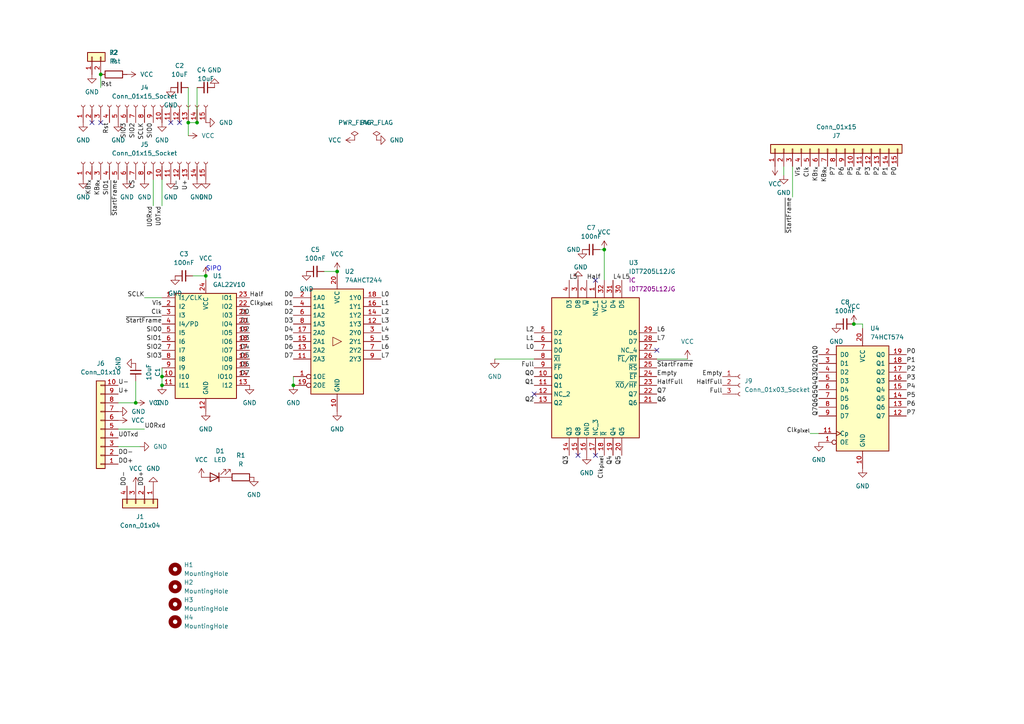
<source format=kicad_sch>
(kicad_sch (version 20230121) (generator eeschema)
  (paper "A4")
  (lib_symbols
    (symbol "74xx:74AHCT244"
      (property "Reference" "U" (at -7.62 16.51 0))
      (property "Value" "74AHCT244" (at -7.62 -16.51 0))
      (symbol "74AHCT244_1_0"
        (polyline (pts (xy 1.27 0) (xy -1.27 1.27) (xy -1.27 -1.27) (xy 1.27 0)) (stroke (width 0.1524)))
        (pin input inverted (at -12.7 -10.16 0) (length 5.08) (name "1OE") (number "1"))
        (pin power_in line (at 0 -20.32 90) (length 5.08) (name "GND") (number "10"))
        (pin input line (at -12.7 -5.08 0) (length 5.08) (name "2A3") (number "11"))
        (pin tri_state line (at 12.7 5.08 180) (length 5.08) (name "1Y3") (number "12"))
        (pin input line (at -12.7 -2.54 0) (length 5.08) (name "2A2") (number "13"))
        (pin tri_state line (at 12.7 7.62 180) (length 5.08) (name "1Y2") (number "14"))
        (pin input line (at -12.7 0 0) (length 5.08) (name "2A1") (number "15"))
        (pin tri_state line (at 12.7 10.16 180) (length 5.08) (name "1Y1") (number "16"))
        (pin input line (at -12.7 2.54 0) (length 5.08) (name "2A0") (number "17"))
        (pin tri_state line (at 12.7 12.7 180) (length 5.08) (name "1Y0") (number "18"))
        (pin input inverted (at -12.7 -12.7 0) (length 5.08) (name "2OE") (number "19"))
        (pin input line (at -12.7 12.7 0) (length 5.08) (name "1A0") (number "2"))
        (pin power_in line (at 0 20.32 270) (length 5.08) (name "VCC") (number "20"))
        (pin tri_state line (at 12.7 2.54 180) (length 5.08) (name "2Y0") (number "3"))
        (pin input line (at -12.7 10.16 0) (length 5.08) (name "1A1") (number "4"))
        (pin tri_state line (at 12.7 0 180) (length 5.08) (name "2Y1") (number "5"))
        (pin input line (at -12.7 7.62 0) (length 5.08) (name "1A2") (number "6"))
        (pin tri_state line (at 12.7 -2.54 180) (length 5.08) (name "2Y2") (number "7"))
        (pin input line (at -12.7 5.08 0) (length 5.08) (name "1A3") (number "8"))
        (pin tri_state line (at 12.7 -5.08 180) (length 5.08) (name "2Y3") (number "9"))
      )
      (symbol "74AHCT244_1_1"
        (rectangle (start -7.62 15.24) (end 7.62 -15.24) (stroke (width 0.254)) (fill (type background)))
      )
    )
    (symbol "74xx:74HCT574" (pin_names (offset 1.016))
      (property "Reference" "U" (at -7.62 16.51 0))
      (property "Value" "74HCT574" (at -7.62 -16.51 0))
      (symbol "74HCT574_1_0"
        (pin input inverted (at -12.7 -12.7 0) (length 5.08) (name "OE") (number "1"))
        (pin power_in line (at 0 -20.32 90) (length 5.08) (name "GND") (number "10"))
        (pin input clock (at -12.7 -10.16 0) (length 5.08) (name "Cp") (number "11"))
        (pin tri_state line (at 12.7 -5.08 180) (length 5.08) (name "Q7") (number "12"))
        (pin tri_state line (at 12.7 -2.54 180) (length 5.08) (name "Q6") (number "13"))
        (pin tri_state line (at 12.7 0 180) (length 5.08) (name "Q5") (number "14"))
        (pin tri_state line (at 12.7 2.54 180) (length 5.08) (name "Q4") (number "15"))
        (pin tri_state line (at 12.7 5.08 180) (length 5.08) (name "Q3") (number "16"))
        (pin tri_state line (at 12.7 7.62 180) (length 5.08) (name "Q2") (number "17"))
        (pin tri_state line (at 12.7 10.16 180) (length 5.08) (name "Q1") (number "18"))
        (pin tri_state line (at 12.7 12.7 180) (length 5.08) (name "Q0") (number "19"))
        (pin input line (at -12.7 12.7 0) (length 5.08) (name "D0") (number "2"))
        (pin power_in line (at 0 20.32 270) (length 5.08) (name "VCC") (number "20"))
        (pin input line (at -12.7 10.16 0) (length 5.08) (name "D1") (number "3"))
        (pin input line (at -12.7 7.62 0) (length 5.08) (name "D2") (number "4"))
        (pin input line (at -12.7 5.08 0) (length 5.08) (name "D3") (number "5"))
        (pin input line (at -12.7 2.54 0) (length 5.08) (name "D4") (number "6"))
        (pin input line (at -12.7 0 0) (length 5.08) (name "D5") (number "7"))
        (pin input line (at -12.7 -2.54 0) (length 5.08) (name "D6") (number "8"))
        (pin input line (at -12.7 -5.08 0) (length 5.08) (name "D7") (number "9"))
      )
      (symbol "74HCT574_1_1"
        (rectangle (start -7.62 15.24) (end 7.62 -15.24) (stroke (width 0.254)) (fill (type background)))
      )
    )
    (symbol "Connector:Conn_01x03_Socket" (pin_names (offset 1.016) hide)
      (property "Reference" "J" (at 0 5.08 0))
      (property "Value" "Conn_01x03_Socket" (at 0 -5.08 0))
      (symbol "Conn_01x03_Socket_1_1"
        (arc (start 0 -2.032) (mid -0.5058 -2.54) (end 0 -3.048) (stroke (width 0.1524)))
        (polyline (pts (xy -1.27 -2.54) (xy -0.508 -2.54)) (stroke (width 0.1524)))
        (polyline (pts (xy -1.27 0) (xy -0.508 0)) (stroke (width 0.1524)))
        (polyline (pts (xy -1.27 2.54) (xy -0.508 2.54)) (stroke (width 0.1524)))
        (arc (start 0 0.508) (mid -0.5058 0) (end 0 -0.508) (stroke (width 0.1524)))
        (arc (start 0 3.048) (mid -0.5058 2.54) (end 0 2.032) (stroke (width 0.1524)))
        (pin passive line (at -5.08 2.54 0) (length 3.81) (name "Pin_1") (number "1"))
        (pin passive line (at -5.08 0 0) (length 3.81) (name "Pin_2") (number "2"))
        (pin passive line (at -5.08 -2.54 0) (length 3.81) (name "Pin_3") (number "3"))
      )
    )
    (symbol "Connector:Conn_01x15_Socket" (pin_names (offset 1.016) hide)
      (property "Reference" "J" (at 0 20.32 0))
      (property "Value" "Conn_01x15_Socket" (at 0 -20.32 0))
      (symbol "Conn_01x15_Socket_1_1"
        (arc (start 0 -17.272) (mid -0.5058 -17.78) (end 0 -18.288) (stroke (width 0.1524)))
        (arc (start 0 -14.732) (mid -0.5058 -15.24) (end 0 -15.748) (stroke (width 0.1524)))
        (arc (start 0 -12.192) (mid -0.5058 -12.7) (end 0 -13.208) (stroke (width 0.1524)))
        (arc (start 0 -9.652) (mid -0.5058 -10.16) (end 0 -10.668) (stroke (width 0.1524)))
        (arc (start 0 -7.112) (mid -0.5058 -7.62) (end 0 -8.128) (stroke (width 0.1524)))
        (arc (start 0 -4.572) (mid -0.5058 -5.08) (end 0 -5.588) (stroke (width 0.1524)))
        (arc (start 0 -2.032) (mid -0.5058 -2.54) (end 0 -3.048) (stroke (width 0.1524)))
        (polyline (pts (xy -1.27 -17.78) (xy -0.508 -17.78)) (stroke (width 0.1524)))
        (polyline (pts (xy -1.27 -15.24) (xy -0.508 -15.24)) (stroke (width 0.1524)))
        (polyline (pts (xy -1.27 -12.7) (xy -0.508 -12.7)) (stroke (width 0.1524)))
        (polyline (pts (xy -1.27 -10.16) (xy -0.508 -10.16)) (stroke (width 0.1524)))
        (polyline (pts (xy -1.27 -7.62) (xy -0.508 -7.62)) (stroke (width 0.1524)))
        (polyline (pts (xy -1.27 -5.08) (xy -0.508 -5.08)) (stroke (width 0.1524)))
        (polyline (pts (xy -1.27 -2.54) (xy -0.508 -2.54)) (stroke (width 0.1524)))
        (polyline (pts (xy -1.27 0) (xy -0.508 0)) (stroke (width 0.1524)))
        (polyline (pts (xy -1.27 2.54) (xy -0.508 2.54)) (stroke (width 0.1524)))
        (polyline (pts (xy -1.27 5.08) (xy -0.508 5.08)) (stroke (width 0.1524)))
        (polyline (pts (xy -1.27 7.62) (xy -0.508 7.62)) (stroke (width 0.1524)))
        (polyline (pts (xy -1.27 10.16) (xy -0.508 10.16)) (stroke (width 0.1524)))
        (polyline (pts (xy -1.27 12.7) (xy -0.508 12.7)) (stroke (width 0.1524)))
        (polyline (pts (xy -1.27 15.24) (xy -0.508 15.24)) (stroke (width 0.1524)))
        (polyline (pts (xy -1.27 17.78) (xy -0.508 17.78)) (stroke (width 0.1524)))
        (arc (start 0 0.508) (mid -0.5058 0) (end 0 -0.508) (stroke (width 0.1524)))
        (arc (start 0 3.048) (mid -0.5058 2.54) (end 0 2.032) (stroke (width 0.1524)))
        (arc (start 0 5.588) (mid -0.5058 5.08) (end 0 4.572) (stroke (width 0.1524)))
        (arc (start 0 8.128) (mid -0.5058 7.62) (end 0 7.112) (stroke (width 0.1524)))
        (arc (start 0 10.668) (mid -0.5058 10.16) (end 0 9.652) (stroke (width 0.1524)))
        (arc (start 0 13.208) (mid -0.5058 12.7) (end 0 12.192) (stroke (width 0.1524)))
        (arc (start 0 15.748) (mid -0.5058 15.24) (end 0 14.732) (stroke (width 0.1524)))
        (arc (start 0 18.288) (mid -0.5058 17.78) (end 0 17.272) (stroke (width 0.1524)))
        (pin passive line (at -5.08 17.78 0) (length 3.81) (name "Pin_1") (number "1"))
        (pin passive line (at -5.08 -5.08 0) (length 3.81) (name "Pin_10") (number "10"))
        (pin passive line (at -5.08 -7.62 0) (length 3.81) (name "Pin_11") (number "11"))
        (pin passive line (at -5.08 -10.16 0) (length 3.81) (name "Pin_12") (number "12"))
        (pin passive line (at -5.08 -12.7 0) (length 3.81) (name "Pin_13") (number "13"))
        (pin passive line (at -5.08 -15.24 0) (length 3.81) (name "Pin_14") (number "14"))
        (pin passive line (at -5.08 -17.78 0) (length 3.81) (name "Pin_15") (number "15"))
        (pin passive line (at -5.08 15.24 0) (length 3.81) (name "Pin_2") (number "2"))
        (pin passive line (at -5.08 12.7 0) (length 3.81) (name "Pin_3") (number "3"))
        (pin passive line (at -5.08 10.16 0) (length 3.81) (name "Pin_4") (number "4"))
        (pin passive line (at -5.08 7.62 0) (length 3.81) (name "Pin_5") (number "5"))
        (pin passive line (at -5.08 5.08 0) (length 3.81) (name "Pin_6") (number "6"))
        (pin passive line (at -5.08 2.54 0) (length 3.81) (name "Pin_7") (number "7"))
        (pin passive line (at -5.08 0 0) (length 3.81) (name "Pin_8") (number "8"))
        (pin passive line (at -5.08 -2.54 0) (length 3.81) (name "Pin_9") (number "9"))
      )
    )
    (symbol "Connector_Generic:Conn_01x02" (pin_names (offset 1.016) hide)
      (property "Reference" "J" (at 0 2.54 0))
      (property "Value" "Conn_01x02" (at 0 -5.08 0))
      (symbol "Conn_01x02_1_1"
        (rectangle (start -1.27 -2.413) (end 0 -2.667) (stroke (width 0.1524)))
        (rectangle (start -1.27 0.127) (end 0 -0.127) (stroke (width 0.1524)))
        (rectangle (start -1.27 1.27) (end 1.27 -3.81) (stroke (width 0.254)) (fill (type background)))
        (pin passive line (at -5.08 0 0) (length 3.81) (name "Pin_1") (number "1"))
        (pin passive line (at -5.08 -2.54 0) (length 3.81) (name "Pin_2") (number "2"))
      )
    )
    (symbol "Connector_Generic:Conn_01x04" (pin_names (offset 1.016) hide)
      (property "Reference" "J" (at 0 5.08 0))
      (property "Value" "Conn_01x04" (at 0 -7.62 0))
      (symbol "Conn_01x04_1_1"
        (rectangle (start -1.27 -4.953) (end 0 -5.207) (stroke (width 0.1524)))
        (rectangle (start -1.27 -2.413) (end 0 -2.667) (stroke (width 0.1524)))
        (rectangle (start -1.27 0.127) (end 0 -0.127) (stroke (width 0.1524)))
        (rectangle (start -1.27 2.667) (end 0 2.413) (stroke (width 0.1524)))
        (rectangle (start -1.27 3.81) (end 1.27 -6.35) (stroke (width 0.254)) (fill (type background)))
        (pin passive line (at -5.08 2.54 0) (length 3.81) (name "Pin_1") (number "1"))
        (pin passive line (at -5.08 0 0) (length 3.81) (name "Pin_2") (number "2"))
        (pin passive line (at -5.08 -2.54 0) (length 3.81) (name "Pin_3") (number "3"))
        (pin passive line (at -5.08 -5.08 0) (length 3.81) (name "Pin_4") (number "4"))
      )
    )
    (symbol "Connector_Generic:Conn_01x10" (pin_names (offset 1.016) hide)
      (property "Reference" "J" (at 0 12.7 0))
      (property "Value" "Conn_01x10" (at 0 -15.24 0))
      (symbol "Conn_01x10_1_1"
        (rectangle (start -1.27 -12.573) (end 0 -12.827) (stroke (width 0.1524)))
        (rectangle (start -1.27 -10.033) (end 0 -10.287) (stroke (width 0.1524)))
        (rectangle (start -1.27 -7.493) (end 0 -7.747) (stroke (width 0.1524)))
        (rectangle (start -1.27 -4.953) (end 0 -5.207) (stroke (width 0.1524)))
        (rectangle (start -1.27 -2.413) (end 0 -2.667) (stroke (width 0.1524)))
        (rectangle (start -1.27 0.127) (end 0 -0.127) (stroke (width 0.1524)))
        (rectangle (start -1.27 2.667) (end 0 2.413) (stroke (width 0.1524)))
        (rectangle (start -1.27 5.207) (end 0 4.953) (stroke (width 0.1524)))
        (rectangle (start -1.27 7.747) (end 0 7.493) (stroke (width 0.1524)))
        (rectangle (start -1.27 10.287) (end 0 10.033) (stroke (width 0.1524)))
        (rectangle (start -1.27 11.43) (end 1.27 -13.97) (stroke (width 0.254)) (fill (type background)))
        (pin passive line (at -5.08 10.16 0) (length 3.81) (name "Pin_1") (number "1"))
        (pin passive line (at -5.08 -12.7 0) (length 3.81) (name "Pin_10") (number "10"))
        (pin passive line (at -5.08 7.62 0) (length 3.81) (name "Pin_2") (number "2"))
        (pin passive line (at -5.08 5.08 0) (length 3.81) (name "Pin_3") (number "3"))
        (pin passive line (at -5.08 2.54 0) (length 3.81) (name "Pin_4") (number "4"))
        (pin passive line (at -5.08 0 0) (length 3.81) (name "Pin_5") (number "5"))
        (pin passive line (at -5.08 -2.54 0) (length 3.81) (name "Pin_6") (number "6"))
        (pin passive line (at -5.08 -5.08 0) (length 3.81) (name "Pin_7") (number "7"))
        (pin passive line (at -5.08 -7.62 0) (length 3.81) (name "Pin_8") (number "8"))
        (pin passive line (at -5.08 -10.16 0) (length 3.81) (name "Pin_9") (number "9"))
      )
    )
    (symbol "Connector_Generic:Conn_01x15" (pin_names (offset 1.016) hide)
      (property "Reference" "J" (at 0 20.32 0))
      (property "Value" "Conn_01x15" (at 0 -20.32 0))
      (symbol "Conn_01x15_1_1"
        (rectangle (start -1.27 -17.653) (end 0 -17.907) (stroke (width 0.1524)))
        (rectangle (start -1.27 -15.113) (end 0 -15.367) (stroke (width 0.1524)))
        (rectangle (start -1.27 -12.573) (end 0 -12.827) (stroke (width 0.1524)))
        (rectangle (start -1.27 -10.033) (end 0 -10.287) (stroke (width 0.1524)))
        (rectangle (start -1.27 -7.493) (end 0 -7.747) (stroke (width 0.1524)))
        (rectangle (start -1.27 -4.953) (end 0 -5.207) (stroke (width 0.1524)))
        (rectangle (start -1.27 -2.413) (end 0 -2.667) (stroke (width 0.1524)))
        (rectangle (start -1.27 0.127) (end 0 -0.127) (stroke (width 0.1524)))
        (rectangle (start -1.27 2.667) (end 0 2.413) (stroke (width 0.1524)))
        (rectangle (start -1.27 5.207) (end 0 4.953) (stroke (width 0.1524)))
        (rectangle (start -1.27 7.747) (end 0 7.493) (stroke (width 0.1524)))
        (rectangle (start -1.27 10.287) (end 0 10.033) (stroke (width 0.1524)))
        (rectangle (start -1.27 12.827) (end 0 12.573) (stroke (width 0.1524)))
        (rectangle (start -1.27 15.367) (end 0 15.113) (stroke (width 0.1524)))
        (rectangle (start -1.27 17.907) (end 0 17.653) (stroke (width 0.1524)))
        (rectangle (start -1.27 19.05) (end 1.27 -19.05) (stroke (width 0.254)) (fill (type background)))
        (pin passive line (at -5.08 17.78 0) (length 3.81) (name "Pin_1") (number "1"))
        (pin passive line (at -5.08 -5.08 0) (length 3.81) (name "Pin_10") (number "10"))
        (pin passive line (at -5.08 -7.62 0) (length 3.81) (name "Pin_11") (number "11"))
        (pin passive line (at -5.08 -10.16 0) (length 3.81) (name "Pin_12") (number "12"))
        (pin passive line (at -5.08 -12.7 0) (length 3.81) (name "Pin_13") (number "13"))
        (pin passive line (at -5.08 -15.24 0) (length 3.81) (name "Pin_14") (number "14"))
        (pin passive line (at -5.08 -17.78 0) (length 3.81) (name "Pin_15") (number "15"))
        (pin passive line (at -5.08 15.24 0) (length 3.81) (name "Pin_2") (number "2"))
        (pin passive line (at -5.08 12.7 0) (length 3.81) (name "Pin_3") (number "3"))
        (pin passive line (at -5.08 10.16 0) (length 3.81) (name "Pin_4") (number "4"))
        (pin passive line (at -5.08 7.62 0) (length 3.81) (name "Pin_5") (number "5"))
        (pin passive line (at -5.08 5.08 0) (length 3.81) (name "Pin_6") (number "6"))
        (pin passive line (at -5.08 2.54 0) (length 3.81) (name "Pin_7") (number "7"))
        (pin passive line (at -5.08 0 0) (length 3.81) (name "Pin_8") (number "8"))
        (pin passive line (at -5.08 -2.54 0) (length 3.81) (name "Pin_9") (number "9"))
      )
    )
    (symbol "Device:C_Small" (pin_numbers hide) (pin_names (offset 0.254) hide)
      (property "Reference" "C" (at 0.254 1.778 0))
      (property "Value" "C_Small" (at 0.254 -2.032 0))
      (symbol "C_Small_0_1"
        (polyline (pts (xy -1.524 -0.508) (xy 1.524 -0.508)) (stroke (width 0.3302)))
        (polyline (pts (xy -1.524 0.508) (xy 1.524 0.508)) (stroke (width 0.3048)))
      )
      (symbol "C_Small_1_1"
        (pin passive line (at 0 2.54 270) (length 2.032) (name "~") (number "1"))
        (pin passive line (at 0 -2.54 90) (length 2.032) (name "~") (number "2"))
      )
    )
    (symbol "Device:LED" (pin_numbers hide) (pin_names (offset 1.016) hide)
      (property "Reference" "D" (at 0 2.54 0))
      (property "Value" "LED" (at 0 -2.54 0))
      (symbol "LED_0_1"
        (polyline (pts (xy -1.27 -1.27) (xy -1.27 1.27)) (stroke (width 0.254)))
        (polyline (pts (xy -1.27 0) (xy 1.27 0)))
        (polyline (pts (xy 1.27 -1.27) (xy 1.27 1.27) (xy -1.27 0) (xy 1.27 -1.27)) (stroke (width 0.254)))
        (polyline (pts (xy -3.048 -0.762) (xy -4.572 -2.286) (xy -3.81 -2.286) (xy -4.572 -2.286) (xy -4.572 -1.524)))
        (polyline (pts (xy -1.778 -0.762) (xy -3.302 -2.286) (xy -2.54 -2.286) (xy -3.302 -2.286) (xy -3.302 -1.524)))
      )
      (symbol "LED_1_1"
        (pin passive line (at -3.81 0 0) (length 2.54) (name "K") (number "1"))
        (pin passive line (at 3.81 0 180) (length 2.54) (name "A") (number "2"))
      )
    )
    (symbol "Device:R" (pin_numbers hide) (pin_names (offset 0))
      (property "Reference" "R" (at 2.032 0 90))
      (property "Value" "R" (at 0 0 90))
      (symbol "R_0_1"
        (rectangle (start -1.016 -2.54) (end 1.016 2.54) (stroke (width 0.254)))
      )
      (symbol "R_1_1"
        (pin passive line (at 0 3.81 270) (length 1.27) (name "~") (number "1"))
        (pin passive line (at 0 -3.81 90) (length 1.27) (name "~") (number "2"))
      )
    )
    (symbol "IDT7205L12JG:IDT7205L12JG"
      (property "Reference" "IC" (at 31.75 15.24 0))
      (property "Value" "IDT7205L12JG" (at 31.75 12.7 0))
      (symbol "IDT7205L12JG_1_1"
        (rectangle (start 5.08 10.16) (end 30.48 -30.48) (stroke (width 0.254)) (fill (type background)))
        (pin passive line (at 17.78 15.24 270) (length 5.08) (name "NC_1") (number "1"))
        (pin passive line (at 0 -12.7 0) (length 5.08) (name "Q0") (number "10"))
        (pin passive line (at 0 -15.24 0) (length 5.08) (name "Q1") (number "11"))
        (pin passive line (at 0 -17.78 0) (length 5.08) (name "NC_2") (number "12"))
        (pin passive line (at 0 -20.32 0) (length 5.08) (name "Q2") (number "13"))
        (pin passive line (at 10.16 -35.56 90) (length 5.08) (name "Q3") (number "14"))
        (pin passive line (at 12.7 -35.56 90) (length 5.08) (name "Q8") (number "15"))
        (pin passive line (at 15.24 -35.56 90) (length 5.08) (name "GND") (number "16"))
        (pin passive line (at 17.78 -35.56 90) (length 5.08) (name "NC_3") (number "17"))
        (pin passive line (at 20.32 -35.56 90) (length 5.08) (name "~{R}") (number "18"))
        (pin passive line (at 22.86 -35.56 90) (length 5.08) (name "Q4") (number "19"))
        (pin passive line (at 15.24 15.24 270) (length 5.08) (name "~{W}") (number "2"))
        (pin passive line (at 25.4 -35.56 90) (length 5.08) (name "Q5") (number "20"))
        (pin passive line (at 35.56 -20.32 180) (length 5.08) (name "Q6") (number "21"))
        (pin passive line (at 35.56 -17.78 180) (length 5.08) (name "Q7") (number "22"))
        (pin passive line (at 35.56 -15.24 180) (length 5.08) (name "~{XO}/~{HF}") (number "23"))
        (pin passive line (at 35.56 -12.7 180) (length 5.08) (name "~{EF}") (number "24"))
        (pin passive line (at 35.56 -10.16 180) (length 5.08) (name "~{RS}") (number "25"))
        (pin passive line (at 35.56 -7.62 180) (length 5.08) (name "~{FL}/~{RT}") (number "26"))
        (pin passive line (at 35.56 -5.08 180) (length 5.08) (name "NC_4") (number "27"))
        (pin passive line (at 35.56 -2.54 180) (length 5.08) (name "D7") (number "28"))
        (pin passive line (at 35.56 0 180) (length 5.08) (name "D6") (number "29"))
        (pin passive line (at 12.7 15.24 270) (length 5.08) (name "D8") (number "3"))
        (pin passive line (at 25.4 15.24 270) (length 5.08) (name "D5") (number "30"))
        (pin passive line (at 22.86 15.24 270) (length 5.08) (name "D4") (number "31"))
        (pin passive line (at 20.32 15.24 270) (length 5.08) (name "VCC") (number "32"))
        (pin passive line (at 10.16 15.24 270) (length 5.08) (name "D3") (number "4"))
        (pin passive line (at 0 0 0) (length 5.08) (name "D2") (number "5"))
        (pin passive line (at 0 -2.54 0) (length 5.08) (name "D1") (number "6"))
        (pin passive line (at 0 -5.08 0) (length 5.08) (name "D0") (number "7"))
        (pin passive line (at 0 -7.62 0) (length 5.08) (name "~{XI}") (number "8"))
        (pin passive line (at 0 -10.16 0) (length 5.08) (name "~{FF}") (number "9"))
      )
    )
    (symbol "Mechanical:MountingHole" (pin_names (offset 1.016))
      (property "Reference" "H" (at 0 5.08 0))
      (property "Value" "MountingHole" (at 0 3.175 0))
      (symbol "MountingHole_0_1"
        (circle (center 0 0) (radius 1.27) (stroke (width 1.27)))
      )
    )
    (symbol "power:GND" (power) (pin_names (offset 0))
      (property "Value" "GND" (at 0 -3.81 0))
      (symbol "GND_0_1"
        (polyline (pts (xy 0 0) (xy 0 -1.27) (xy 1.27 -1.27) (xy 0 -2.54) (xy -1.27 -1.27) (xy 0 -1.27)))
      )
      (symbol "GND_1_1"
        (pin power_in line (at 0 0 270) (length 0) hide (name "GND") (number "1"))
      )
    )
    (symbol "power:PWR_FLAG" (power) (pin_numbers hide) (pin_names (offset 0) hide)
      (property "Value" "PWR_FLAG" (at 0 3.81 0))
      (symbol "PWR_FLAG_0_0"
        (pin power_out line (at 0 0 90) (length 0) (name "pwr") (number "1"))
      )
      (symbol "PWR_FLAG_0_1"
        (polyline (pts (xy 0 0) (xy 0 1.27) (xy -1.016 1.905) (xy 0 2.54) (xy 1.016 1.905) (xy 0 1.27)))
      )
    )
    (symbol "power:VCC" (power) (pin_names (offset 0))
      (property "Value" "VCC" (at 0 3.81 0))
      (symbol "VCC_0_1"
        (polyline (pts (xy -0.762 1.27) (xy 0 2.54)))
        (polyline (pts (xy 0 0) (xy 0 2.54)))
        (polyline (pts (xy 0 2.54) (xy 0.762 1.27)))
      )
      (symbol "VCC_1_1"
        (pin power_in line (at 0 0 90) (length 0) hide (name "VCC") (number "1"))
      )
    )
    (symbol "vga:GAL22V10" (pin_names (offset 1.016))
      (property "Reference" "U" (at -8.89 16.51 0))
      (property "Value" "GAL22V10" (at 1.27 16.51 0))
      (symbol "GAL22V10_0_0"
        (pin power_in line (at 0 -20.32 90) (length 3.81) (name "GND") (number "12"))
        (pin power_in line (at 0 17.78 270) (length 3.81) (name "VCC") (number "24"))
      )
      (symbol "GAL22V10_0_1"
        (rectangle (start -8.89 13.97) (end 8.89 -16.51) (stroke (width 0.254)) (fill (type background)))
      )
      (symbol "GAL22V10_1_1"
        (pin input line (at -12.7 12.7 0) (length 3.81) (name "I1/CLK") (number "1"))
        (pin input line (at -12.7 -10.16 0) (length 3.81) (name "I10") (number "10"))
        (pin input line (at -12.7 -12.7 0) (length 3.81) (name "I11") (number "11"))
        (pin input line (at 12.7 -12.7 180) (length 3.81) (name "I12") (number "13"))
        (pin tri_state line (at 12.7 -10.16 180) (length 3.81) (name "IO10") (number "14"))
        (pin tri_state line (at 12.7 -7.62 180) (length 3.81) (name "IO9") (number "15"))
        (pin tri_state line (at 12.7 -5.08 180) (length 3.81) (name "IO8") (number "16"))
        (pin tri_state line (at 12.7 -2.54 180) (length 3.81) (name "IO7") (number "17"))
        (pin tri_state line (at 12.7 0 180) (length 3.81) (name "IO6") (number "18"))
        (pin tri_state line (at 12.7 2.54 180) (length 3.81) (name "IO5") (number "19"))
        (pin input line (at -12.7 10.16 0) (length 3.81) (name "I2") (number "2"))
        (pin tri_state line (at 12.7 5.08 180) (length 3.81) (name "IO4") (number "20"))
        (pin tri_state line (at 12.7 7.62 180) (length 3.81) (name "I03") (number "21"))
        (pin tri_state line (at 12.7 10.16 180) (length 3.81) (name "IO2") (number "22"))
        (pin tri_state line (at 12.7 12.7 180) (length 3.81) (name "IO1") (number "23"))
        (pin input line (at -12.7 7.62 0) (length 3.81) (name "I3") (number "3"))
        (pin input line (at -12.7 5.08 0) (length 3.81) (name "I4/PD") (number "4"))
        (pin input line (at -12.7 2.54 0) (length 3.81) (name "I5") (number "5"))
        (pin input line (at -12.7 0 0) (length 3.81) (name "I6") (number "6"))
        (pin input line (at -12.7 -2.54 0) (length 3.81) (name "I7") (number "7"))
        (pin input line (at -12.7 -5.08 0) (length 3.81) (name "I8") (number "8"))
        (pin input line (at -12.7 -7.62 0) (length 3.81) (name "I9") (number "9"))
      )
    )
  )
  (junction (at 46.99 109.22))
  (junction (at 247.65 93.98))
  (junction (at 39.37 116.84))
  (junction (at 54.61 35.56))
  (junction (at 29.21 21.59))
  (junction (at 85.09 111.76))
  (junction (at 57.15 35.56))
  (junction (at 97.79 78.74))
  (junction (at 175.26 72.39))
  (junction (at 46.99 111.76))
  (junction (at 59.69 80.01))
  (no_connect (at 172.72 132.08))
  (no_connect (at 190.5 101.6))
  (no_connect (at 154.94 114.3))
  (no_connect (at 26.67 35.56))
  (no_connect (at 167.64 132.08))
  (no_connect (at 172.72 81.28))
  (no_connect (at 52.07 35.56))
  (no_connect (at 49.53 35.56))
  (no_connect (at 29.21 35.56))
  (wire (pts (xy 44.45 52.07) (xy 44.45 59.69)))
  (wire (pts (xy 229.87 48.26) (xy 229.87 57.15)))
  (wire (pts (xy 227.33 50.8) (xy 227.33 48.26)))
  (wire (pts (xy 173.99 72.39) (xy 175.26 72.39)))
  (wire (pts (xy 234.95 125.73) (xy 237.49 125.73)))
  (wire (pts (xy 143.51 104.14) (xy 154.94 104.14)))
  (wire (pts (xy 40.64 129.54) (xy 34.29 129.54)))
  (wire (pts (xy 46.99 109.22) (xy 46.99 111.76)))
  (wire (pts (xy 39.37 110.49) (xy 39.37 116.84)))
  (wire (pts (xy 46.99 52.07) (xy 46.99 59.69)))
  (wire (pts (xy 34.29 116.84) (xy 39.37 116.84)))
  (wire (pts (xy 59.69 80.01) (xy 59.69 81.28)))
  (wire (pts (xy 34.29 124.46) (xy 41.91 124.46)))
  (wire (pts (xy 54.61 25.4) (xy 54.61 35.56)))
  (wire (pts (xy 57.15 25.4) (xy 57.15 35.56)))
  (wire (pts (xy 175.26 72.39) (xy 175.26 81.28)))
  (wire (pts (xy 54.61 35.56) (xy 54.61 39.37)))
  (wire (pts (xy 190.5 104.14) (xy 199.39 104.14)))
  (wire (pts (xy 85.09 109.22) (xy 85.09 111.76)))
  (wire (pts (xy 250.19 93.98) (xy 250.19 95.25)))
  (wire (pts (xy 54.61 35.56) (xy 57.15 35.56)))
  (wire (pts (xy 93.98 78.74) (xy 97.79 78.74)))
  (wire (pts (xy 46.99 106.68) (xy 46.99 109.22)))
  (wire (pts (xy 29.21 21.59) (xy 29.21 25.4)))
  (wire (pts (xy 41.91 86.36) (xy 46.99 86.36)))
  (wire (pts (xy 247.65 93.98) (xy 250.19 93.98)))
  (wire (pts (xy 55.88 80.01) (xy 59.69 80.01)))
  (text "SIPO" (at 59.69 78.74 0) (effects (font (size 1.27 1.27)) (justify left bottom)))
  (label "Q0" (at 237.49 102.87 90))
  (label "Q5" (at 180.34 132.08 270))
  (label "Full" (at 209.55 114.3 180))
  (label "Q2" (at 154.94 116.84 180))
  (label "CS" (at 39.37 52.07 270))
  (label "P4" (at 250.19 48.26 270))
  (label "SIO1" (at 31.75 52.07 270))
  (label "~{StartFrame}" (at 229.87 57.15 270))
  (label "L7" (at 190.5 99.06 0))
  (label "P6" (at 262.89 118.11 0))
  (label "Q4" (at 177.8 132.08 270))
  (label "DO+" (at 34.29 134.62 0))
  (label "SCLK" (at 41.91 86.36 180))
  (label "U0Rxd" (at 41.91 124.46 0))
  (label "Q5" (at 237.49 115.57 90))
  (label "DO-" (at 34.29 132.08 0))
  (label "U0Txd" (at 46.99 59.69 270))
  (label "U+" (at 54.61 52.07 270))
  (label "~{StartFrame}" (at 46.99 93.98 180))
  (label "Q3" (at 237.49 110.49 90))
  (label "KB_{Rx}" (at 29.21 52.07 270))
  (label "SIO0" (at 44.45 35.56 270))
  (label "Vis" (at 232.41 48.26 270))
  (label "Q6" (at 237.49 118.11 90))
  (label "P3" (at 262.89 110.49 0))
  (label "HalfFull" (at 209.55 111.76 180))
  (label "Clk" (at 234.95 48.26 270))
  (label "D3" (at 72.39 99.06 180))
  (label "KB_{Rx}" (at 240.03 48.26 270))
  (label "SIO3" (at 46.99 104.14 180))
  (label "Full" (at 154.94 106.68 180))
  (label "Q4" (at 237.49 113.03 90))
  (label "Clk_{pixel}" (at 234.95 125.73 180))
  (label "D4" (at 72.39 101.6 180))
  (label "D1" (at 85.09 88.9 180))
  (label "D5" (at 85.09 99.06 180))
  (label "L1" (at 154.94 99.06 180))
  (label "L3" (at 165.1 81.28 0))
  (label "P7" (at 242.57 48.26 270))
  (label "SCLK" (at 41.91 35.56 270))
  (label "HalfFull" (at 190.5 111.76 0))
  (label "Empty" (at 190.5 109.22 0))
  (label "D2" (at 72.39 96.52 180))
  (label "P1" (at 262.89 105.41 0))
  (label "Q1" (at 154.94 111.76 180))
  (label "L6" (at 190.5 96.52 0))
  (label "L1" (at 110.49 88.9 0))
  (label "L7" (at 110.49 104.14 0))
  (label "Vis" (at 46.99 88.9 180))
  (label "D6" (at 85.09 101.6 180))
  (label "Half" (at 72.39 86.36 0))
  (label "L5" (at 110.49 99.06 0))
  (label "SIO1" (at 46.99 99.06 180))
  (label "P5" (at 262.89 115.57 0))
  (label "U+" (at 34.29 114.3 0))
  (label "Q7" (at 237.49 120.65 90))
  (label "D1" (at 72.39 93.98 180))
  (label "SIO2" (at 46.99 101.6 180))
  (label "P3" (at 252.73 48.26 270))
  (label "D0" (at 72.39 91.44 180))
  (label "Rst" (at 31.75 35.56 270))
  (label "DO+" (at 41.91 140.97 90))
  (label "SIO2" (at 39.37 35.56 270))
  (label "P0" (at 260.35 48.26 270))
  (label "KB_{Tx}" (at 26.67 52.07 270))
  (label "P2" (at 255.27 48.26 270))
  (label "Clk_{pixel}" (at 72.39 88.9 0))
  (label "P0" (at 262.89 102.87 0))
  (label "U-" (at 34.29 111.76 0))
  (label "L4" (at 177.8 81.28 0))
  (label "D4" (at 85.09 96.52 180))
  (label "L5" (at 180.34 81.28 0))
  (label "P2" (at 262.89 107.95 0))
  (label "U-" (at 52.07 52.07 270))
  (label "D6" (at 72.39 106.68 180))
  (label "~{StartFrame}" (at 190.5 106.68 0))
  (label "L2" (at 110.49 91.44 0))
  (label "SIO0" (at 46.99 96.52 180))
  (label "Clk_{pixel}" (at 175.26 132.08 270))
  (label "Q0" (at 154.94 109.22 180))
  (label "D7" (at 72.39 109.22 180))
  (label "P1" (at 257.81 48.26 270))
  (label "D2" (at 85.09 91.44 180))
  (label "P5" (at 247.65 48.26 270))
  (label "D0" (at 85.09 86.36 180))
  (label "L3" (at 110.49 93.98 0))
  (label "Empty" (at 209.55 109.22 180))
  (label "Rst" (at 29.21 25.4 0))
  (label "P7" (at 262.89 120.65 0))
  (label "U0Rxd" (at 44.45 59.69 270))
  (label "Clk" (at 46.99 91.44 180))
  (label "P6" (at 245.11 48.26 270))
  (label "U0Txd" (at 34.29 127 0))
  (label "D7" (at 85.09 104.14 180))
  (label "L0" (at 110.49 86.36 0))
  (label "DO-" (at 36.83 140.97 90))
  (label "P4" (at 262.89 113.03 0))
  (label "L2" (at 154.94 96.52 180))
  (label "D3" (at 85.09 93.98 180))
  (label "Q1" (at 237.49 105.41 90))
  (label "Q3" (at 165.1 132.08 270))
  (label "SIO3" (at 36.83 35.56 270))
  (label "D5" (at 72.39 104.14 180))
  (label "Q7" (at 190.5 114.3 0))
  (label "L4" (at 110.49 96.52 0))
  (label "L6" (at 110.49 101.6 0))
  (label "Q2" (at 237.49 107.95 90))
  (label "KB_{Tx}" (at 237.49 48.26 270))
  (label "Half" (at 170.18 81.28 0))
  (label "Q6" (at 190.5 116.84 0))
  (label "L0" (at 154.94 101.6 180))
  (label "~{StartFrame}" (at 34.29 52.07 270))
  (symbol (lib_id "power:GND") (at 143.51 104.14 0) (unit 1)
    (property "Reference" "#PWR036" (effects hide))
    (property "Value" "GND" (at 143.51 109.22 0))
  )
  (symbol (lib_id "power:VCC") (at 36.83 21.59 270) (unit 1)
    (property "Reference" "#PWR06" (effects hide))
    (property "Value" "VCC" (at 40.64 21.5899 90) (effects (justify left)))
  )
  (symbol (lib_id "power:GND") (at 227.33 50.8 0) (unit 1)
    (property "Reference" "#PWR051" (effects hide))
    (property "Value" "GND" (at 227.33 55.88 0))
  )
  (symbol (lib_id "74xx:74AHCT244") (at 97.79 99.06 0) (unit 1)
    (property "Reference" "U2" (at 99.9841 78.74 0) (effects (justify left)))
    (property "Value" "74AHCT244" (at 99.9841 81.28 0) (effects (justify left)))
    (property "Footprint" "Package_SO:TSSOP-20_4.4x6.5mm_P0.65mm" (effects hide))
    (property "Datasheet" "https://assets.nexperia.com/documents/data-sheet/74AHC_AHCT244.pdf" (effects hide))
    (property "Product" "https://www.mouser.com/ProductDetail/Toshiba/74VHCT244AFT?qs=j%252B1pi9TdxUZ3ko%252BkOnpcOg%3D%3D" (effects hide))
  )
  (symbol (lib_id "power:GND") (at 59.69 119.38 0) (unit 1)
    (property "Reference" "#PWR023" (effects hide))
    (property "Value" "GND" (at 59.69 124.46 0))
  )
  (symbol (lib_id "power:GND") (at 50.8 80.01 0) (unit 1)
    (property "Reference" "#PWR017" (effects hide))
    (property "Value" "GND" (at 50.8 85.09 0))
  )
  (symbol (lib_id "vga:GAL22V10") (at 59.69 99.06 0) (unit 1)
    (property "Reference" "U1" (at 61.7094 80.01 0) (effects (justify left)))
    (property "Value" "GAL22V10" (at 61.7094 82.55 0) (effects (justify left)))
    (property "Footprint" "Package_DIP:DIP-24_W7.62mm_Socket" (effects hide))
  )
  (symbol (lib_id "power:GND") (at 57.15 52.07 0) (unit 1)
    (property "Reference" "#PWR019" (effects hide))
    (property "Value" "GND" (at 57.15 57.15 0))
  )
  (symbol (lib_id "Connector_Generic:Conn_01x02") (at 26.67 16.51 90) (unit 1)
    (property "Reference" "J2" (at 31.75 15.24 90) (effects (justify right)))
    (property "Value" "Rst" (at 31.75 17.78 90) (effects (justify right)))
    (property "Footprint" "Connector_PinHeader_2.54mm:PinHeader_1x02_P2.54mm_Vertical" (effects hide))
  )
  (symbol (lib_id "Connector:Conn_01x15_Socket") (at 41.91 30.48 90) (unit 1)
    (property "Reference" "J4" (at 41.91 25.4 90))
    (property "Value" "Conn_01x15_Socket" (at 41.91 27.94 90))
    (property "Footprint" "Connector_PinSocket_2.54mm:PinSocket_1x15_P2.54mm_Vertical" (effects hide))
  )
  (symbol (lib_id "power:GND") (at 237.49 128.27 0) (unit 1)
    (property "Reference" "#PWR042" (effects hide))
    (property "Value" "GND" (at 237.49 133.35 0))
  )
  (symbol (lib_id "power:GND") (at 85.09 111.76 0) (unit 1)
    (property "Reference" "#PWR026" (effects hide))
    (property "Value" "GND" (at 85.09 116.84 0))
  )
  (symbol (lib_id "Device:C_Small") (at 171.45 72.39 90) (unit 1)
    (property "Reference" "C7" (at 171.4563 66.04 90))
    (property "Value" "100nF" (at 171.4563 68.58 90))
    (property "Footprint" "Capacitor_SMD:C_0805_2012Metric_Pad1.18x1.45mm_HandSolder" (effects hide))
    (property "Product" "https://www.mouser.com/ProductDetail/Samsung-Electro-Mechanics/CL10B104KA85PNC?qs=xZ%2FP%252Ba9zWqabsWCtlKJ0Xw%3D%3D" (effects hide))
  )
  (symbol (lib_id "power:GND") (at 46.99 35.56 0) (unit 1)
    (property "Reference" "#PWR013" (effects hide))
    (property "Value" "GND" (at 46.99 40.64 0))
  )
  (symbol (lib_id "power:GND") (at 88.9 78.74 0) (unit 1)
    (property "Reference" "#PWR027" (effects hide))
    (property "Value" "GND" (at 88.9 83.82 0))
  )
  (symbol (lib_id "power:GND") (at 46.99 111.76 0) (unit 1)
    (property "Reference" "#PWR08" (effects hide))
    (property "Value" "GND" (at 46.99 116.84 0))
  )
  (symbol (lib_id "Device:C_Small") (at 59.69 25.4 270) (unit 1)
    (property "Reference" "C4" (at 58.42 20.32 90))
    (property "Value" "10uF" (at 59.69 22.86 90))
    (property "Footprint" "Capacitor_SMD:C_0805_2012Metric_Pad1.18x1.45mm_HandSolder" (effects hide))
    (property "Product" "https://www.mouser.com/ProductDetail/Samsung-Electro-Mechanics/CL21B106KPQNNNG?qs=yOVawPpwOwmi1gAJqK4H6Q%3D%3D" (effects hide))
  )
  (symbol (lib_id "power:PWR_FLAG") (at 109.22 40.64 0) (unit 1)
    (property "Reference" "#FLG02" (effects hide))
    (property "Value" "PWR_FLAG" (at 109.22 35.56 0))
  )
  (symbol (lib_id "power:GND") (at 49.53 25.4 0) (unit 1)
    (property "Reference" "#PWR015" (effects hide))
    (property "Value" "GND" (at 49.53 30.48 0))
  )
  (symbol (lib_id "power:GND") (at 40.64 129.54 90) (unit 1)
    (property "Reference" "#PWR032" (effects hide))
    (property "Value" "GND" (at 44.45 129.54 90) (effects (justify right)))
  )
  (symbol (lib_id "Mechanical:MountingHole") (at 50.8 170.18 0) (unit 1)
    (property "Reference" "H2" (at 53.34 168.91 0) (effects (justify left)))
    (property "Value" "MountingHole" (at 53.34 171.45 0) (effects (justify left)))
    (property "Footprint" "MountingHole:MountingHole_2.2mm_M2" (effects hide))
  )
  (symbol (lib_id "Connector:Conn_01x15_Socket") (at 41.91 46.99 90) (unit 1)
    (property "Reference" "J5" (at 41.91 41.91 90))
    (property "Value" "Conn_01x15_Socket" (at 41.91 44.45 90))
    (property "Footprint" "Connector_PinSocket_2.54mm:PinSocket_1x15_P2.54mm_Vertical" (effects hide))
  )
  (symbol (lib_id "power:VCC") (at 54.61 39.37 270) (unit 1)
    (property "Reference" "#PWR018" (effects hide))
    (property "Value" "VCC" (at 58.42 39.3699 90) (effects (justify left)))
  )
  (symbol (lib_id "power:VCC") (at 175.26 72.39 0) (unit 1)
    (property "Reference" "#PWR040" (effects hide))
    (property "Value" "VCC" (at 175.26 67.31 0))
  )
  (symbol (lib_id "Mechanical:MountingHole") (at 50.8 175.26 0) (unit 1)
    (property "Reference" "H3" (at 53.34 173.99 0) (effects (justify left)))
    (property "Value" "MountingHole" (at 53.34 176.53 0) (effects (justify left)))
    (property "Footprint" "MountingHole:MountingHole_2.2mm_M2" (effects hide))
  )
  (symbol (lib_id "power:GND") (at 39.37 105.41 270) (unit 1)
    (property "Reference" "#PWR05" (effects hide))
    (property "Value" "GND" (at 34.29 105.41 0))
  )
  (symbol (lib_id "power:GND") (at 34.29 35.56 0) (unit 1)
    (property "Reference" "#PWR010" (effects hide))
    (property "Value" "GND" (at 34.29 40.64 0))
  )
  (symbol (lib_id "power:GND") (at 73.66 138.43 0) (unit 1)
    (property "Reference" "#PWR014" (effects hide))
    (property "Value" "GND" (at 73.66 143.51 0))
  )
  (symbol (lib_id "power:VCC") (at 97.79 78.74 0) (unit 1)
    (property "Reference" "#PWR028" (effects hide))
    (property "Value" "VCC" (at 97.79 73.66 0))
  )
  (symbol (lib_id "Connector:Conn_01x03_Socket") (at 214.63 111.76 0) (unit 1)
    (property "Reference" "J9" (at 215.9 110.49 0) (effects (justify left)))
    (property "Value" "Conn_01x03_Socket" (at 215.9 113.03 0) (effects (justify left)))
    (property "Footprint" "Connector_PinSocket_2.54mm:PinSocket_1x03_P2.54mm_Vertical" (effects hide))
  )
  (symbol (lib_id "power:PWR_FLAG") (at 102.87 40.64 0) (unit 1)
    (property "Reference" "#FLG01" (effects hide))
    (property "Value" "PWR_FLAG" (at 102.87 35.56 0))
  )
  (symbol (lib_id "power:GND") (at 168.91 72.39 0) (unit 1)
    (property "Reference" "#PWR038" (effects hide))
    (property "Value" "GND" (at 166.37 72.39 0))
  )
  (symbol (lib_id "power:GND") (at 26.67 21.59 0) (unit 1)
    (property "Reference" "#PWR07" (effects hide))
    (property "Value" "GND" (at 26.67 26.67 0))
  )
  (symbol (lib_id "Device:C_Small") (at 53.34 80.01 90) (unit 1)
    (property "Reference" "C3" (at 53.3463 73.66 90))
    (property "Value" "100nF" (at 53.3463 76.2 90))
    (property "Footprint" "Capacitor_SMD:C_0805_2012Metric_Pad1.18x1.45mm_HandSolder" (effects hide))
  )
  (symbol (lib_id "Connector_Generic:Conn_01x10") (at 29.21 124.46 180) (unit 1)
    (property "Reference" "J6" (at 29.21 105.41 0))
    (property "Value" "Conn_01x10" (at 29.21 107.95 0))
    (property "Footprint" "Connector_PinSocket_2.54mm:PinSocket_2x05_P2.54mm_Horizontal" (effects hide))
  )
  (symbol (lib_id "Device:C_Small") (at 39.37 107.95 0) (unit 1)
    (property "Reference" "C1" (at 45.72 107.9563 90))
    (property "Value" "10uF" (at 43.18 107.9563 90))
    (property "Footprint" "Capacitor_SMD:C_0805_2012Metric_Pad1.18x1.45mm_HandSolder" (effects hide))
    (property "Product" "https://www.mouser.com/ProductDetail/Samsung-Electro-Mechanics/CL21B106KPQNNNG?qs=yOVawPpwOwmi1gAJqK4H6Q%3D%3D" (effects hide))
  )
  (symbol (lib_id "power:VCC") (at 39.37 116.84 270) (unit 1)
    (property "Reference" "#PWR047" (effects hide))
    (property "Value" "VCC" (at 43.18 116.84 90) (effects (justify left)))
  )
  (symbol (lib_id "power:GND") (at 170.18 132.08 0) (unit 1)
    (property "Reference" "#PWR039" (effects hide))
    (property "Value" "GND" (at 170.18 137.16 0))
  )
  (symbol (lib_id "power:VCC") (at 58.42 138.43 0) (unit 1)
    (property "Reference" "#PWR09" (effects hide))
    (property "Value" "VCC" (at 58.42 133.35 0))
  )
  (symbol (lib_id "power:GND") (at 24.13 52.07 0) (unit 1)
    (property "Reference" "#PWR02" (effects hide))
    (property "Value" "GND" (at 24.13 57.15 0))
  )
  (symbol (lib_id "Device:R") (at 33.02 21.59 90) (unit 1)
    (property "Reference" "R2" (at 33.02 15.24 90))
    (property "Value" "R" (at 33.02 17.78 90))
    (property "Footprint" "Resistor_SMD:R_0805_2012Metric_Pad1.20x1.40mm_HandSolder" (effects hide))
  )
  (symbol (lib_id "power:GND") (at 59.69 35.56 90) (unit 1)
    (property "Reference" "#PWR020" (effects hide))
    (property "Value" "GND" (at 63.5 35.5599 90) (effects (justify right)))
  )
  (symbol (lib_id "Device:C_Small") (at 52.07 25.4 90) (unit 1)
    (property "Reference" "C2" (at 52.0763 19.05 90))
    (property "Value" "10uF" (at 52.0763 21.59 90))
    (property "Footprint" "Capacitor_SMD:C_0805_2012Metric_Pad1.18x1.45mm_HandSolder" (effects hide))
    (property "Product" "https://www.mouser.com/ProductDetail/Samsung-Electro-Mechanics/CL21B106KPQNNNG?qs=yOVawPpwOwmi1gAJqK4H6Q%3D%3D" (effects hide))
  )
  (symbol (lib_id "74xx:74HCT574") (at 250.19 115.57 0) (unit 1)
    (property "Reference" "U4" (at 252.3841 95.25 0) (effects (justify left)))
    (property "Value" "74HCT574" (at 252.3841 97.79 0) (effects (justify left)))
    (property "Footprint" "Package_SO:SOIC-20W_7.5x12.8mm_P1.27mm" (effects hide))
    (property "Datasheet" "http://www.ti.com/lit/gpn/sn74HCT574" (effects hide))
  )
  (symbol (lib_id "power:GND") (at 72.39 111.76 0) (unit 1)
    (property "Reference" "#PWR025" (effects hide))
    (property "Value" "GND" (at 72.39 116.84 0))
  )
  (symbol (lib_id "Device:LED") (at 62.23 138.43 180) (unit 1)
    (property "Reference" "D1" (at 63.8175 130.81 0))
    (property "Value" "LED" (at 63.8175 133.35 0))
    (property "Footprint" "LED_SMD:LED_0805_2012Metric_Pad1.15x1.40mm_HandSolder" (effects hide))
  )
  (symbol (lib_id "power:VCC") (at 247.65 93.98 0) (unit 1)
    (property "Reference" "#PWR044" (effects hide))
    (property "Value" "VCC" (at 247.65 88.9 0))
  )
  (symbol (lib_id "Device:C_Small") (at 245.11 93.98 90) (unit 1)
    (property "Reference" "C8" (at 245.1163 87.63 90))
    (property "Value" "100nF" (at 245.1163 90.17 90))
    (property "Footprint" "Capacitor_SMD:C_0805_2012Metric_Pad1.18x1.45mm_HandSolder" (effects hide))
    (property "Pruduct" "https://www.mouser.com/ProductDetail/Samsung-Electro-Mechanics/CL10B104KA85PNC?qs=xZ%2FP%252Ba9zWqabsWCtlKJ0Xw%3D%3D" (effects hide))
  )
  (symbol (lib_id "power:VCC") (at 34.29 121.92 270) (unit 1)
    (property "Reference" "#PWR046" (effects hide))
    (property "Value" "VCC" (at 38.1 121.92 90) (effects (justify left)))
  )
  (symbol (lib_id "power:VCC") (at 199.39 104.14 0) (unit 1)
    (property "Reference" "#PWR041" (effects hide))
    (property "Value" "VCC" (at 199.39 99.06 0))
  )
  (symbol (lib_id "IDT7205L12JG:IDT7205L12JG") (at 154.94 96.52 0) (unit 1)
    (property "Reference" "U3" (at 182.3594 76.2 0) (effects (justify left)))
    (property "Value" "IDT7205L12JG" (at 182.3594 78.74 0) (effects (justify left)))
    (property "Footprint" "plcc32:plcc32-socket" (effects hide))
    (property "Datasheet" "https://www.idt.com/document/dst/7203-7208-datasheet" (effects hide))
    (property "Reference_1" "IC" (at 182.3594 81.28 0) (effects (justify left)))
    (property "Value_1" "IDT7205L12JG" (at 182.3594 83.82 0) (effects (justify left)))
    (property "Footprint_1" "PLCC127P1245X1499X356-32N" (effects hide))
    (property "Datasheet_1" "https://www.idt.com/document/dst/7203-7208-datasheet" (effects hide))
    (property "Height" "3.556" (effects hide))
    (property "Manufacturer_Name" "IDT" (effects hide))
    (property "Manufacturer_Part_Number" "IDT7205L12JG" (effects hide))
    (property "Product" "https://www.jameco.com/z/69802-032-Amphenol-Socket-PLCC-32-Pin-Surface-Mount_71811.html" (effects hide))
  )
  (symbol (lib_id "power:GND") (at 34.29 119.38 90) (unit 1)
    (property "Reference" "#PWR048" (effects hide))
    (property "Value" "GND" (at 38.1 119.38 90) (effects (justify right)))
  )
  (symbol (lib_id "power:GND") (at 167.64 81.28 180) (unit 1)
    (property "Reference" "#PWR037" (effects hide))
    (property "Value" "GND" (at 166.37 77.47 0) (effects (justify right)))
  )
  (symbol (lib_id "power:GND") (at 109.22 40.64 90) (unit 1)
    (property "Reference" "#PWR031" (effects hide))
    (property "Value" "GND" (at 113.03 40.6399 90) (effects (justify right)))
  )
  (symbol (lib_id "Mechanical:MountingHole") (at 50.8 180.34 0) (unit 1)
    (property "Reference" "H4" (at 53.34 179.07 0) (effects (justify left)))
    (property "Value" "MountingHole" (at 53.34 181.61 0) (effects (justify left)))
    (property "Footprint" "MountingHole:MountingHole_2.2mm_M2" (effects hide))
  )
  (symbol (lib_id "Connector_Generic:Conn_01x04") (at 41.91 146.05 270) (unit 1)
    (property "Reference" "J1" (at 40.64 149.86 90))
    (property "Value" "Conn_01x04" (at 40.64 152.4 90))
    (property "Footprint" "Connector_PinHeader_2.54mm:PinHeader_2x02_P2.54mm_Vertical" (effects hide))
  )
  (symbol (lib_id "power:GND") (at 250.19 135.89 0) (unit 1)
    (property "Reference" "#PWR045" (effects hide))
    (property "Value" "GND" (at 250.19 140.97 0))
  )
  (symbol (lib_id "power:GND") (at 44.45 140.97 180) (unit 1)
    (property "Reference" "#PWR04" (effects hide))
    (property "Value" "GND" (at 44.45 135.89 0))
  )
  (symbol (lib_id "power:VCC") (at 39.37 140.97 0) (unit 1)
    (property "Reference" "#PWR03" (effects hide))
    (property "Value" "VCC" (at 39.37 135.89 0))
  )
  (symbol (lib_id "power:GND") (at 97.79 119.38 0) (unit 1)
    (property "Reference" "#PWR029" (effects hide))
    (property "Value" "GND" (at 97.79 124.46 0))
  )
  (symbol (lib_id "power:GND") (at 49.53 52.07 0) (unit 1)
    (property "Reference" "#PWR016" (effects hide))
    (property "Value" "GND" (at 49.53 57.15 0))
  )
  (symbol (lib_id "power:GND") (at 41.91 52.07 0) (unit 1)
    (property "Reference" "#PWR012" (effects hide))
    (property "Value" "GND" (at 41.91 57.15 0))
  )
  (symbol (lib_id "power:GND") (at 24.13 35.56 0) (unit 1)
    (property "Reference" "#PWR01" (effects hide))
    (property "Value" "GND" (at 24.13 40.64 0))
  )
  (symbol (lib_id "Device:C_Small") (at 91.44 78.74 90) (unit 1)
    (property "Reference" "C5" (at 91.4463 72.39 90))
    (property "Value" "100nF" (at 91.4463 74.93 90))
    (property "Footprint" "Capacitor_SMD:C_0805_2012Metric_Pad1.18x1.45mm_HandSolder" (effects hide))
  )
  (symbol (lib_id "power:GND") (at 59.69 52.07 0) (unit 1)
    (property "Reference" "#PWR021" (effects hide))
    (property "Value" "GND" (at 59.69 57.15 0))
  )
  (symbol (lib_id "power:GND") (at 62.23 25.4 180) (unit 1)
    (property "Reference" "#PWR024" (effects hide))
    (property "Value" "GND" (at 62.23 20.32 0))
  )
  (symbol (lib_id "power:VCC") (at 224.79 48.26 180) (unit 1)
    (property "Reference" "#PWR050" (effects hide))
    (property "Value" "VCC" (at 224.79 53.34 0))
  )
  (symbol (lib_id "Device:R") (at 69.85 138.43 90) (unit 1)
    (property "Reference" "R1" (at 69.85 132.08 90))
    (property "Value" "R" (at 69.85 134.62 90))
    (property "Footprint" "Resistor_SMD:R_0805_2012Metric_Pad1.20x1.40mm_HandSolder" (effects hide))
  )
  (symbol (lib_id "Mechanical:MountingHole") (at 50.8 165.1 0) (unit 1)
    (property "Reference" "H1" (at 53.34 163.83 0) (effects (justify left)))
    (property "Value" "MountingHole" (at 53.34 166.37 0) (effects (justify left)))
    (property "Footprint" "MountingHole:MountingHole_2.2mm_M2" (effects hide))
  )
  (symbol (lib_id "power:VCC") (at 59.69 80.01 0) (unit 1)
    (property "Reference" "#PWR022" (effects hide))
    (property "Value" "VCC" (at 59.69 74.93 0))
  )
  (symbol (lib_id "power:GND") (at 242.57 93.98 0) (unit 1)
    (property "Reference" "#PWR043" (effects hide))
    (property "Value" "GND" (at 242.57 99.06 0))
  )
  (symbol (lib_id "power:VCC") (at 102.87 40.64 90) (unit 1)
    (property "Reference" "#PWR030" (effects hide))
    (property "Value" "VCC" (at 99.06 40.6399 90) (effects (justify left)))
  )
  (symbol (lib_id "power:GND") (at 36.83 52.07 0) (unit 1)
    (property "Reference" "#PWR011" (effects hide))
    (property "Value" "GND" (at 36.83 57.15 0))
  )
  (symbol (lib_id "Connector_Generic:Conn_01x15") (at 242.57 43.18 90) (unit 1)
    (property "Reference" "J7" (at 242.57 39.37 90))
    (property "Value" "Conn_01x15" (at 242.57 36.83 90))
    (property "Footprint" "Connector_PinSocket_2.54mm:PinSocket_1x15_P2.54mm_Horizontal" (effects hide))
  )
)
</source>
